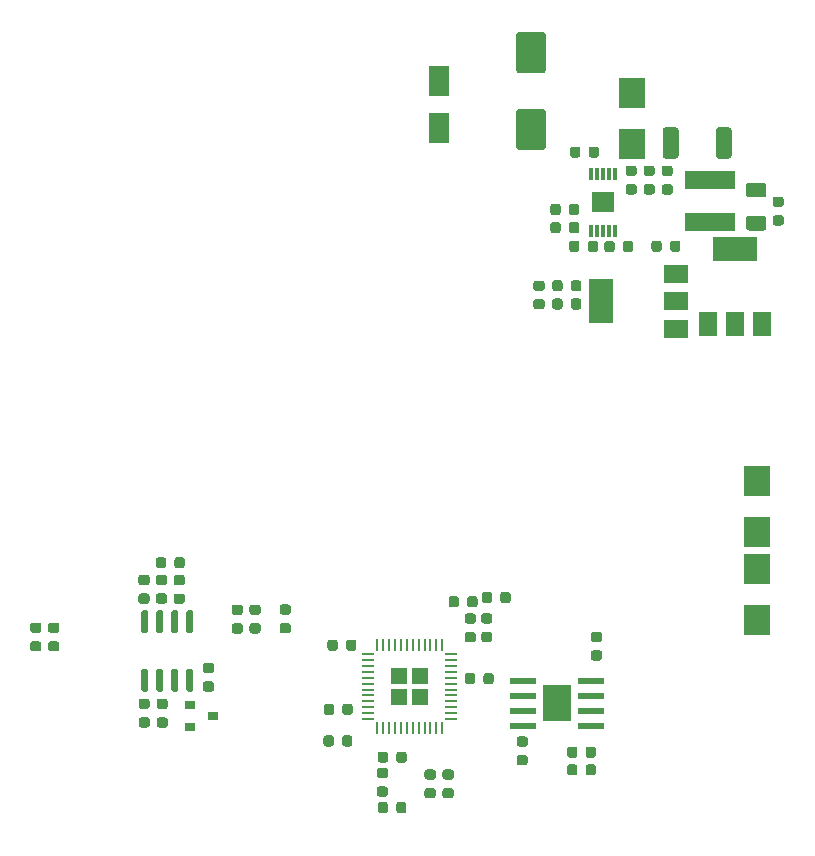
<source format=gtp>
G04 #@! TF.GenerationSoftware,KiCad,Pcbnew,(5.1.6)-1*
G04 #@! TF.CreationDate,2020-09-10T18:56:50+07:00*
G04 #@! TF.ProjectId,Kicad_Valve-hardware,4b696361-645f-4566-916c-76652d686172,rev?*
G04 #@! TF.SameCoordinates,Original*
G04 #@! TF.FileFunction,Paste,Top*
G04 #@! TF.FilePolarity,Positive*
%FSLAX46Y46*%
G04 Gerber Fmt 4.6, Leading zero omitted, Abs format (unit mm)*
G04 Created by KiCad (PCBNEW (5.1.6)-1) date 2020-09-10 18:56:50*
%MOMM*%
%LPD*%
G01*
G04 APERTURE LIST*
%ADD10R,1.440000X1.440000*%
%ADD11R,1.000000X0.250000*%
%ADD12R,0.250000X1.000000*%
%ADD13R,2.300000X2.500000*%
%ADD14R,1.900000X1.730000*%
%ADD15R,0.300000X1.020000*%
%ADD16R,0.900000X0.800000*%
%ADD17R,1.800000X2.500000*%
%ADD18R,1.500000X2.000000*%
%ADD19R,3.800000X2.000000*%
%ADD20R,2.000000X1.500000*%
%ADD21R,2.000000X3.800000*%
%ADD22R,4.200000X1.500000*%
%ADD23R,2.200000X0.500000*%
%ADD24R,2.400000X3.100000*%
G04 APERTURE END LIST*
G36*
G01*
X243282120Y-120816690D02*
X243282120Y-121329190D01*
G75*
G02*
X243063370Y-121547940I-218750J0D01*
G01*
X242625870Y-121547940D01*
G75*
G02*
X242407120Y-121329190I0J218750D01*
G01*
X242407120Y-120816690D01*
G75*
G02*
X242625870Y-120597940I218750J0D01*
G01*
X243063370Y-120597940D01*
G75*
G02*
X243282120Y-120816690I0J-218750D01*
G01*
G37*
G36*
G01*
X244857120Y-120816690D02*
X244857120Y-121329190D01*
G75*
G02*
X244638370Y-121547940I-218750J0D01*
G01*
X244200870Y-121547940D01*
G75*
G02*
X243982120Y-121329190I0J218750D01*
G01*
X243982120Y-120816690D01*
G75*
G02*
X244200870Y-120597940I218750J0D01*
G01*
X244638370Y-120597940D01*
G75*
G02*
X244857120Y-120816690I0J-218750D01*
G01*
G37*
D10*
X238642120Y-120842940D03*
X238642120Y-122642940D03*
X236842120Y-120842940D03*
X236842120Y-122642940D03*
D11*
X234242120Y-124492940D03*
X234242120Y-123992940D03*
X234242120Y-123492940D03*
X234242120Y-122992940D03*
X234242120Y-122492940D03*
X234242120Y-121992940D03*
X234242120Y-121492940D03*
X234242120Y-120992940D03*
X234242120Y-120492940D03*
X234242120Y-119992940D03*
X234242120Y-119492940D03*
X234242120Y-118992940D03*
D12*
X234992120Y-118242940D03*
X235492120Y-118242940D03*
X235992120Y-118242940D03*
X236492120Y-118242940D03*
X236992120Y-118242940D03*
X237492120Y-118242940D03*
X237992120Y-118242940D03*
X238492120Y-118242940D03*
X238992120Y-118242940D03*
X239492120Y-118242940D03*
X239992120Y-118242940D03*
X240492120Y-118242940D03*
D11*
X241242120Y-118992940D03*
X241242120Y-119492940D03*
X241242120Y-119992940D03*
X241242120Y-120492940D03*
X241242120Y-120992940D03*
X241242120Y-121492940D03*
X241242120Y-121992940D03*
X241242120Y-122492940D03*
X241242120Y-122992940D03*
X241242120Y-123492940D03*
X241242120Y-123992940D03*
X241242120Y-124492940D03*
D12*
X240492120Y-125242940D03*
X239992120Y-125242940D03*
X239492120Y-125242940D03*
X238992120Y-125242940D03*
X238492120Y-125242940D03*
X237992120Y-125242940D03*
X237492120Y-125242940D03*
X236992120Y-125242940D03*
X236492120Y-125242940D03*
X235992120Y-125242940D03*
X235492120Y-125242940D03*
X234992120Y-125242940D03*
G36*
G01*
X231652120Y-117986690D02*
X231652120Y-118499190D01*
G75*
G02*
X231433370Y-118717940I-218750J0D01*
G01*
X230995870Y-118717940D01*
G75*
G02*
X230777120Y-118499190I0J218750D01*
G01*
X230777120Y-117986690D01*
G75*
G02*
X230995870Y-117767940I218750J0D01*
G01*
X231433370Y-117767940D01*
G75*
G02*
X231652120Y-117986690I0J-218750D01*
G01*
G37*
G36*
G01*
X233227120Y-117986690D02*
X233227120Y-118499190D01*
G75*
G02*
X233008370Y-118717940I-218750J0D01*
G01*
X232570870Y-118717940D01*
G75*
G02*
X232352120Y-118499190I0J218750D01*
G01*
X232352120Y-117986690D01*
G75*
G02*
X232570870Y-117767940I218750J0D01*
G01*
X233008370Y-117767940D01*
G75*
G02*
X233227120Y-117986690I0J-218750D01*
G01*
G37*
D13*
X267162120Y-116092940D03*
X267162120Y-111792940D03*
D14*
X254082120Y-80732940D03*
D15*
X253082120Y-78332940D03*
X253582120Y-78332940D03*
X254082120Y-78332940D03*
X254582120Y-78332940D03*
X255082120Y-78332940D03*
X255082120Y-83132940D03*
X254582120Y-83132940D03*
X254082120Y-83132940D03*
X253582120Y-83132940D03*
X253082120Y-83132940D03*
D16*
X221126080Y-124216140D03*
X219126080Y-125166140D03*
X219126080Y-123266140D03*
G36*
G01*
X267695840Y-80327200D02*
X266445840Y-80327200D01*
G75*
G02*
X266195840Y-80077200I0J250000D01*
G01*
X266195840Y-79327200D01*
G75*
G02*
X266445840Y-79077200I250000J0D01*
G01*
X267695840Y-79077200D01*
G75*
G02*
X267945840Y-79327200I0J-250000D01*
G01*
X267945840Y-80077200D01*
G75*
G02*
X267695840Y-80327200I-250000J0D01*
G01*
G37*
G36*
G01*
X267695840Y-83127200D02*
X266445840Y-83127200D01*
G75*
G02*
X266195840Y-82877200I0J250000D01*
G01*
X266195840Y-82127200D01*
G75*
G02*
X266445840Y-81877200I250000J0D01*
G01*
X267695840Y-81877200D01*
G75*
G02*
X267945840Y-82127200I0J-250000D01*
G01*
X267945840Y-82877200D01*
G75*
G02*
X267695840Y-83127200I-250000J0D01*
G01*
G37*
D17*
X240222120Y-70462940D03*
X240222120Y-74462940D03*
G36*
G01*
X220445950Y-121300400D02*
X220958450Y-121300400D01*
G75*
G02*
X221177200Y-121519150I0J-218750D01*
G01*
X221177200Y-121956650D01*
G75*
G02*
X220958450Y-122175400I-218750J0D01*
G01*
X220445950Y-122175400D01*
G75*
G02*
X220227200Y-121956650I0J218750D01*
G01*
X220227200Y-121519150D01*
G75*
G02*
X220445950Y-121300400I218750J0D01*
G01*
G37*
G36*
G01*
X220445950Y-119725400D02*
X220958450Y-119725400D01*
G75*
G02*
X221177200Y-119944150I0J-218750D01*
G01*
X221177200Y-120381650D01*
G75*
G02*
X220958450Y-120600400I-218750J0D01*
G01*
X220445950Y-120600400D01*
G75*
G02*
X220227200Y-120381650I0J218750D01*
G01*
X220227200Y-119944150D01*
G75*
G02*
X220445950Y-119725400I218750J0D01*
G01*
G37*
G36*
G01*
X205812950Y-117894900D02*
X206325450Y-117894900D01*
G75*
G02*
X206544200Y-118113650I0J-218750D01*
G01*
X206544200Y-118551150D01*
G75*
G02*
X206325450Y-118769900I-218750J0D01*
G01*
X205812950Y-118769900D01*
G75*
G02*
X205594200Y-118551150I0J218750D01*
G01*
X205594200Y-118113650D01*
G75*
G02*
X205812950Y-117894900I218750J0D01*
G01*
G37*
G36*
G01*
X205812950Y-116319900D02*
X206325450Y-116319900D01*
G75*
G02*
X206544200Y-116538650I0J-218750D01*
G01*
X206544200Y-116976150D01*
G75*
G02*
X206325450Y-117194900I-218750J0D01*
G01*
X205812950Y-117194900D01*
G75*
G02*
X205594200Y-116976150I0J218750D01*
G01*
X205594200Y-116538650D01*
G75*
G02*
X205812950Y-116319900I218750J0D01*
G01*
G37*
G36*
G01*
X207332950Y-117894900D02*
X207845450Y-117894900D01*
G75*
G02*
X208064200Y-118113650I0J-218750D01*
G01*
X208064200Y-118551150D01*
G75*
G02*
X207845450Y-118769900I-218750J0D01*
G01*
X207332950Y-118769900D01*
G75*
G02*
X207114200Y-118551150I0J218750D01*
G01*
X207114200Y-118113650D01*
G75*
G02*
X207332950Y-117894900I218750J0D01*
G01*
G37*
G36*
G01*
X207332950Y-116319900D02*
X207845450Y-116319900D01*
G75*
G02*
X208064200Y-116538650I0J-218750D01*
G01*
X208064200Y-116976150D01*
G75*
G02*
X207845450Y-117194900I-218750J0D01*
G01*
X207332950Y-117194900D01*
G75*
G02*
X207114200Y-116976150I0J218750D01*
G01*
X207114200Y-116538650D01*
G75*
G02*
X207332950Y-116319900I218750J0D01*
G01*
G37*
G36*
G01*
X259793450Y-78516900D02*
X259280950Y-78516900D01*
G75*
G02*
X259062200Y-78298150I0J218750D01*
G01*
X259062200Y-77860650D01*
G75*
G02*
X259280950Y-77641900I218750J0D01*
G01*
X259793450Y-77641900D01*
G75*
G02*
X260012200Y-77860650I0J-218750D01*
G01*
X260012200Y-78298150D01*
G75*
G02*
X259793450Y-78516900I-218750J0D01*
G01*
G37*
G36*
G01*
X259793450Y-80091900D02*
X259280950Y-80091900D01*
G75*
G02*
X259062200Y-79873150I0J218750D01*
G01*
X259062200Y-79435650D01*
G75*
G02*
X259280950Y-79216900I218750J0D01*
G01*
X259793450Y-79216900D01*
G75*
G02*
X260012200Y-79435650I0J-218750D01*
G01*
X260012200Y-79873150D01*
G75*
G02*
X259793450Y-80091900I-218750J0D01*
G01*
G37*
G36*
G01*
X250685920Y-89090790D02*
X250685920Y-89603290D01*
G75*
G02*
X250467170Y-89822040I-218750J0D01*
G01*
X250029670Y-89822040D01*
G75*
G02*
X249810920Y-89603290I0J218750D01*
G01*
X249810920Y-89090790D01*
G75*
G02*
X250029670Y-88872040I218750J0D01*
G01*
X250467170Y-88872040D01*
G75*
G02*
X250685920Y-89090790I0J-218750D01*
G01*
G37*
G36*
G01*
X252260920Y-89090790D02*
X252260920Y-89603290D01*
G75*
G02*
X252042170Y-89822040I-218750J0D01*
G01*
X251604670Y-89822040D01*
G75*
G02*
X251385920Y-89603290I0J218750D01*
G01*
X251385920Y-89090790D01*
G75*
G02*
X251604670Y-88872040I218750J0D01*
G01*
X252042170Y-88872040D01*
G75*
G02*
X252260920Y-89090790I0J-218750D01*
G01*
G37*
G36*
G01*
X248430070Y-88935040D02*
X248942570Y-88935040D01*
G75*
G02*
X249161320Y-89153790I0J-218750D01*
G01*
X249161320Y-89591290D01*
G75*
G02*
X248942570Y-89810040I-218750J0D01*
G01*
X248430070Y-89810040D01*
G75*
G02*
X248211320Y-89591290I0J218750D01*
G01*
X248211320Y-89153790D01*
G75*
G02*
X248430070Y-88935040I218750J0D01*
G01*
G37*
G36*
G01*
X248430070Y-87360040D02*
X248942570Y-87360040D01*
G75*
G02*
X249161320Y-87578790I0J-218750D01*
G01*
X249161320Y-88016290D01*
G75*
G02*
X248942570Y-88235040I-218750J0D01*
G01*
X248430070Y-88235040D01*
G75*
G02*
X248211320Y-88016290I0J218750D01*
G01*
X248211320Y-87578790D01*
G75*
G02*
X248430070Y-87360040I218750J0D01*
G01*
G37*
G36*
G01*
X263652200Y-76792401D02*
X263652200Y-74642399D01*
G75*
G02*
X263902199Y-74392400I249999J0D01*
G01*
X264752201Y-74392400D01*
G75*
G02*
X265002200Y-74642399I0J-249999D01*
G01*
X265002200Y-76792401D01*
G75*
G02*
X264752201Y-77042400I-249999J0D01*
G01*
X263902199Y-77042400D01*
G75*
G02*
X263652200Y-76792401I0J249999D01*
G01*
G37*
G36*
G01*
X259152200Y-76792401D02*
X259152200Y-74642399D01*
G75*
G02*
X259402199Y-74392400I249999J0D01*
G01*
X260252201Y-74392400D01*
G75*
G02*
X260502200Y-74642399I0J-249999D01*
G01*
X260502200Y-76792401D01*
G75*
G02*
X260252201Y-77042400I-249999J0D01*
G01*
X259402199Y-77042400D01*
G75*
G02*
X259152200Y-76792401I0J249999D01*
G01*
G37*
G36*
G01*
X251220620Y-81604830D02*
X251220620Y-81092330D01*
G75*
G02*
X251439370Y-80873580I218750J0D01*
G01*
X251876870Y-80873580D01*
G75*
G02*
X252095620Y-81092330I0J-218750D01*
G01*
X252095620Y-81604830D01*
G75*
G02*
X251876870Y-81823580I-218750J0D01*
G01*
X251439370Y-81823580D01*
G75*
G02*
X251220620Y-81604830I0J218750D01*
G01*
G37*
G36*
G01*
X249645620Y-81604830D02*
X249645620Y-81092330D01*
G75*
G02*
X249864370Y-80873580I218750J0D01*
G01*
X250301870Y-80873580D01*
G75*
G02*
X250520620Y-81092330I0J-218750D01*
G01*
X250520620Y-81604830D01*
G75*
G02*
X250301870Y-81823580I-218750J0D01*
G01*
X249864370Y-81823580D01*
G75*
G02*
X249645620Y-81604830I0J218750D01*
G01*
G37*
D18*
X262977600Y-91034000D03*
X267577600Y-91034000D03*
X265277600Y-91034000D03*
D19*
X265277600Y-84734000D03*
G36*
G01*
X249005600Y-69823200D02*
X247005600Y-69823200D01*
G75*
G02*
X246755600Y-69573200I0J250000D01*
G01*
X246755600Y-66573200D01*
G75*
G02*
X247005600Y-66323200I250000J0D01*
G01*
X249005600Y-66323200D01*
G75*
G02*
X249255600Y-66573200I0J-250000D01*
G01*
X249255600Y-69573200D01*
G75*
G02*
X249005600Y-69823200I-250000J0D01*
G01*
G37*
G36*
G01*
X249005600Y-76323200D02*
X247005600Y-76323200D01*
G75*
G02*
X246755600Y-76073200I0J250000D01*
G01*
X246755600Y-73073200D01*
G75*
G02*
X247005600Y-72823200I250000J0D01*
G01*
X249005600Y-72823200D01*
G75*
G02*
X249255600Y-73073200I0J-250000D01*
G01*
X249255600Y-76073200D01*
G75*
G02*
X249005600Y-76323200I-250000J0D01*
G01*
G37*
G36*
G01*
X242605870Y-117122940D02*
X243118370Y-117122940D01*
G75*
G02*
X243337120Y-117341690I0J-218750D01*
G01*
X243337120Y-117779190D01*
G75*
G02*
X243118370Y-117997940I-218750J0D01*
G01*
X242605870Y-117997940D01*
G75*
G02*
X242387120Y-117779190I0J218750D01*
G01*
X242387120Y-117341690D01*
G75*
G02*
X242605870Y-117122940I218750J0D01*
G01*
G37*
G36*
G01*
X242605870Y-115547940D02*
X243118370Y-115547940D01*
G75*
G02*
X243337120Y-115766690I0J-218750D01*
G01*
X243337120Y-116204190D01*
G75*
G02*
X243118370Y-116422940I-218750J0D01*
G01*
X242605870Y-116422940D01*
G75*
G02*
X242387120Y-116204190I0J218750D01*
G01*
X242387120Y-115766690D01*
G75*
G02*
X242605870Y-115547940I218750J0D01*
G01*
G37*
G36*
G01*
X244518370Y-116402940D02*
X244005870Y-116402940D01*
G75*
G02*
X243787120Y-116184190I0J218750D01*
G01*
X243787120Y-115746690D01*
G75*
G02*
X244005870Y-115527940I218750J0D01*
G01*
X244518370Y-115527940D01*
G75*
G02*
X244737120Y-115746690I0J-218750D01*
G01*
X244737120Y-116184190D01*
G75*
G02*
X244518370Y-116402940I-218750J0D01*
G01*
G37*
G36*
G01*
X244518370Y-117977940D02*
X244005870Y-117977940D01*
G75*
G02*
X243787120Y-117759190I0J218750D01*
G01*
X243787120Y-117321690D01*
G75*
G02*
X244005870Y-117102940I218750J0D01*
G01*
X244518370Y-117102940D01*
G75*
G02*
X244737120Y-117321690I0J-218750D01*
G01*
X244737120Y-117759190D01*
G75*
G02*
X244518370Y-117977940I-218750J0D01*
G01*
G37*
G36*
G01*
X242604620Y-114809190D02*
X242604620Y-114296690D01*
G75*
G02*
X242823370Y-114077940I218750J0D01*
G01*
X243260870Y-114077940D01*
G75*
G02*
X243479620Y-114296690I0J-218750D01*
G01*
X243479620Y-114809190D01*
G75*
G02*
X243260870Y-115027940I-218750J0D01*
G01*
X242823370Y-115027940D01*
G75*
G02*
X242604620Y-114809190I0J218750D01*
G01*
G37*
G36*
G01*
X241029620Y-114809190D02*
X241029620Y-114296690D01*
G75*
G02*
X241248370Y-114077940I218750J0D01*
G01*
X241685870Y-114077940D01*
G75*
G02*
X241904620Y-114296690I0J-218750D01*
G01*
X241904620Y-114809190D01*
G75*
G02*
X241685870Y-115027940I-218750J0D01*
G01*
X241248370Y-115027940D01*
G75*
G02*
X241029620Y-114809190I0J218750D01*
G01*
G37*
G36*
G01*
X244702120Y-113944690D02*
X244702120Y-114457190D01*
G75*
G02*
X244483370Y-114675940I-218750J0D01*
G01*
X244045870Y-114675940D01*
G75*
G02*
X243827120Y-114457190I0J218750D01*
G01*
X243827120Y-113944690D01*
G75*
G02*
X244045870Y-113725940I218750J0D01*
G01*
X244483370Y-113725940D01*
G75*
G02*
X244702120Y-113944690I0J-218750D01*
G01*
G37*
G36*
G01*
X246277120Y-113944690D02*
X246277120Y-114457190D01*
G75*
G02*
X246058370Y-114675940I-218750J0D01*
G01*
X245620870Y-114675940D01*
G75*
G02*
X245402120Y-114457190I0J218750D01*
G01*
X245402120Y-113944690D01*
G75*
G02*
X245620870Y-113725940I218750J0D01*
G01*
X246058370Y-113725940D01*
G75*
G02*
X246277120Y-113944690I0J-218750D01*
G01*
G37*
D20*
X260248400Y-91428600D03*
X260248400Y-86828600D03*
X260248400Y-89128600D03*
D21*
X253948400Y-89128600D03*
G36*
G01*
X251934900Y-128532950D02*
X251934900Y-129045450D01*
G75*
G02*
X251716150Y-129264200I-218750J0D01*
G01*
X251278650Y-129264200D01*
G75*
G02*
X251059900Y-129045450I0J218750D01*
G01*
X251059900Y-128532950D01*
G75*
G02*
X251278650Y-128314200I218750J0D01*
G01*
X251716150Y-128314200D01*
G75*
G02*
X251934900Y-128532950I0J-218750D01*
G01*
G37*
G36*
G01*
X253509900Y-128532950D02*
X253509900Y-129045450D01*
G75*
G02*
X253291150Y-129264200I-218750J0D01*
G01*
X252853650Y-129264200D01*
G75*
G02*
X252634900Y-129045450I0J218750D01*
G01*
X252634900Y-128532950D01*
G75*
G02*
X252853650Y-128314200I218750J0D01*
G01*
X253291150Y-128314200D01*
G75*
G02*
X253509900Y-128532950I0J-218750D01*
G01*
G37*
G36*
G01*
X239209870Y-130326940D02*
X239722370Y-130326940D01*
G75*
G02*
X239941120Y-130545690I0J-218750D01*
G01*
X239941120Y-130983190D01*
G75*
G02*
X239722370Y-131201940I-218750J0D01*
G01*
X239209870Y-131201940D01*
G75*
G02*
X238991120Y-130983190I0J218750D01*
G01*
X238991120Y-130545690D01*
G75*
G02*
X239209870Y-130326940I218750J0D01*
G01*
G37*
G36*
G01*
X239209870Y-128751940D02*
X239722370Y-128751940D01*
G75*
G02*
X239941120Y-128970690I0J-218750D01*
G01*
X239941120Y-129408190D01*
G75*
G02*
X239722370Y-129626940I-218750J0D01*
G01*
X239209870Y-129626940D01*
G75*
G02*
X238991120Y-129408190I0J218750D01*
G01*
X238991120Y-128970690D01*
G75*
G02*
X239209870Y-128751940I218750J0D01*
G01*
G37*
G36*
G01*
X235678370Y-129495440D02*
X235165870Y-129495440D01*
G75*
G02*
X234947120Y-129276690I0J218750D01*
G01*
X234947120Y-128839190D01*
G75*
G02*
X235165870Y-128620440I218750J0D01*
G01*
X235678370Y-128620440D01*
G75*
G02*
X235897120Y-128839190I0J-218750D01*
G01*
X235897120Y-129276690D01*
G75*
G02*
X235678370Y-129495440I-218750J0D01*
G01*
G37*
G36*
G01*
X235678370Y-131070440D02*
X235165870Y-131070440D01*
G75*
G02*
X234947120Y-130851690I0J218750D01*
G01*
X234947120Y-130414190D01*
G75*
G02*
X235165870Y-130195440I218750J0D01*
G01*
X235678370Y-130195440D01*
G75*
G02*
X235897120Y-130414190I0J-218750D01*
G01*
X235897120Y-130851690D01*
G75*
G02*
X235678370Y-131070440I-218750J0D01*
G01*
G37*
G36*
G01*
X258269450Y-78504400D02*
X257756950Y-78504400D01*
G75*
G02*
X257538200Y-78285650I0J218750D01*
G01*
X257538200Y-77848150D01*
G75*
G02*
X257756950Y-77629400I218750J0D01*
G01*
X258269450Y-77629400D01*
G75*
G02*
X258488200Y-77848150I0J-218750D01*
G01*
X258488200Y-78285650D01*
G75*
G02*
X258269450Y-78504400I-218750J0D01*
G01*
G37*
G36*
G01*
X258269450Y-80079400D02*
X257756950Y-80079400D01*
G75*
G02*
X257538200Y-79860650I0J218750D01*
G01*
X257538200Y-79423150D01*
G75*
G02*
X257756950Y-79204400I218750J0D01*
G01*
X258269450Y-79204400D01*
G75*
G02*
X258488200Y-79423150I0J-218750D01*
G01*
X258488200Y-79860650D01*
G75*
G02*
X258269450Y-80079400I-218750J0D01*
G01*
G37*
G36*
G01*
X256232950Y-79204400D02*
X256745450Y-79204400D01*
G75*
G02*
X256964200Y-79423150I0J-218750D01*
G01*
X256964200Y-79860650D01*
G75*
G02*
X256745450Y-80079400I-218750J0D01*
G01*
X256232950Y-80079400D01*
G75*
G02*
X256014200Y-79860650I0J218750D01*
G01*
X256014200Y-79423150D01*
G75*
G02*
X256232950Y-79204400I218750J0D01*
G01*
G37*
G36*
G01*
X256232950Y-77629400D02*
X256745450Y-77629400D01*
G75*
G02*
X256964200Y-77848150I0J-218750D01*
G01*
X256964200Y-78285650D01*
G75*
G02*
X256745450Y-78504400I-218750J0D01*
G01*
X256232950Y-78504400D01*
G75*
G02*
X256014200Y-78285650I0J218750D01*
G01*
X256014200Y-77848150D01*
G75*
G02*
X256232950Y-77629400I218750J0D01*
G01*
G37*
G36*
G01*
X215508450Y-123637900D02*
X214995950Y-123637900D01*
G75*
G02*
X214777200Y-123419150I0J218750D01*
G01*
X214777200Y-122981650D01*
G75*
G02*
X214995950Y-122762900I218750J0D01*
G01*
X215508450Y-122762900D01*
G75*
G02*
X215727200Y-122981650I0J-218750D01*
G01*
X215727200Y-123419150D01*
G75*
G02*
X215508450Y-123637900I-218750J0D01*
G01*
G37*
G36*
G01*
X215508450Y-125212900D02*
X214995950Y-125212900D01*
G75*
G02*
X214777200Y-124994150I0J218750D01*
G01*
X214777200Y-124556650D01*
G75*
G02*
X214995950Y-124337900I218750J0D01*
G01*
X215508450Y-124337900D01*
G75*
G02*
X215727200Y-124556650I0J-218750D01*
G01*
X215727200Y-124994150D01*
G75*
G02*
X215508450Y-125212900I-218750J0D01*
G01*
G37*
G36*
G01*
X216520950Y-124350400D02*
X217033450Y-124350400D01*
G75*
G02*
X217252200Y-124569150I0J-218750D01*
G01*
X217252200Y-125006650D01*
G75*
G02*
X217033450Y-125225400I-218750J0D01*
G01*
X216520950Y-125225400D01*
G75*
G02*
X216302200Y-125006650I0J218750D01*
G01*
X216302200Y-124569150D01*
G75*
G02*
X216520950Y-124350400I218750J0D01*
G01*
G37*
G36*
G01*
X216520950Y-122775400D02*
X217033450Y-122775400D01*
G75*
G02*
X217252200Y-122994150I0J-218750D01*
G01*
X217252200Y-123431650D01*
G75*
G02*
X217033450Y-123650400I-218750J0D01*
G01*
X216520950Y-123650400D01*
G75*
G02*
X216302200Y-123431650I0J218750D01*
G01*
X216302200Y-122994150D01*
G75*
G02*
X216520950Y-122775400I218750J0D01*
G01*
G37*
G36*
G01*
X217121580Y-111000290D02*
X217121580Y-111512790D01*
G75*
G02*
X216902830Y-111731540I-218750J0D01*
G01*
X216465330Y-111731540D01*
G75*
G02*
X216246580Y-111512790I0J218750D01*
G01*
X216246580Y-111000290D01*
G75*
G02*
X216465330Y-110781540I218750J0D01*
G01*
X216902830Y-110781540D01*
G75*
G02*
X217121580Y-111000290I0J-218750D01*
G01*
G37*
G36*
G01*
X218696580Y-111000290D02*
X218696580Y-111512790D01*
G75*
G02*
X218477830Y-111731540I-218750J0D01*
G01*
X218040330Y-111731540D01*
G75*
G02*
X217821580Y-111512790I0J218750D01*
G01*
X217821580Y-111000290D01*
G75*
G02*
X218040330Y-110781540I218750J0D01*
G01*
X218477830Y-110781540D01*
G75*
G02*
X218696580Y-111000290I0J-218750D01*
G01*
G37*
G36*
G01*
X217977330Y-113867040D02*
X218489830Y-113867040D01*
G75*
G02*
X218708580Y-114085790I0J-218750D01*
G01*
X218708580Y-114523290D01*
G75*
G02*
X218489830Y-114742040I-218750J0D01*
G01*
X217977330Y-114742040D01*
G75*
G02*
X217758580Y-114523290I0J218750D01*
G01*
X217758580Y-114085790D01*
G75*
G02*
X217977330Y-113867040I218750J0D01*
G01*
G37*
G36*
G01*
X217977330Y-112292040D02*
X218489830Y-112292040D01*
G75*
G02*
X218708580Y-112510790I0J-218750D01*
G01*
X218708580Y-112948290D01*
G75*
G02*
X218489830Y-113167040I-218750J0D01*
G01*
X217977330Y-113167040D01*
G75*
G02*
X217758580Y-112948290I0J218750D01*
G01*
X217758580Y-112510790D01*
G75*
G02*
X217977330Y-112292040I218750J0D01*
G01*
G37*
G36*
G01*
X216466030Y-113854340D02*
X216978530Y-113854340D01*
G75*
G02*
X217197280Y-114073090I0J-218750D01*
G01*
X217197280Y-114510590D01*
G75*
G02*
X216978530Y-114729340I-218750J0D01*
G01*
X216466030Y-114729340D01*
G75*
G02*
X216247280Y-114510590I0J218750D01*
G01*
X216247280Y-114073090D01*
G75*
G02*
X216466030Y-113854340I218750J0D01*
G01*
G37*
G36*
G01*
X216466030Y-112279340D02*
X216978530Y-112279340D01*
G75*
G02*
X217197280Y-112498090I0J-218750D01*
G01*
X217197280Y-112935590D01*
G75*
G02*
X216978530Y-113154340I-218750J0D01*
G01*
X216466030Y-113154340D01*
G75*
G02*
X216247280Y-112935590I0J218750D01*
G01*
X216247280Y-112498090D01*
G75*
G02*
X216466030Y-112279340I218750J0D01*
G01*
G37*
G36*
G01*
X247518370Y-126832940D02*
X247005870Y-126832940D01*
G75*
G02*
X246787120Y-126614190I0J218750D01*
G01*
X246787120Y-126176690D01*
G75*
G02*
X247005870Y-125957940I218750J0D01*
G01*
X247518370Y-125957940D01*
G75*
G02*
X247737120Y-126176690I0J-218750D01*
G01*
X247737120Y-126614190D01*
G75*
G02*
X247518370Y-126832940I-218750J0D01*
G01*
G37*
G36*
G01*
X247518370Y-128407940D02*
X247005870Y-128407940D01*
G75*
G02*
X246787120Y-128189190I0J218750D01*
G01*
X246787120Y-127751690D01*
G75*
G02*
X247005870Y-127532940I218750J0D01*
G01*
X247518370Y-127532940D01*
G75*
G02*
X247737120Y-127751690I0J-218750D01*
G01*
X247737120Y-128189190D01*
G75*
G02*
X247518370Y-128407940I-218750J0D01*
G01*
G37*
G36*
G01*
X253295870Y-118662940D02*
X253808370Y-118662940D01*
G75*
G02*
X254027120Y-118881690I0J-218750D01*
G01*
X254027120Y-119319190D01*
G75*
G02*
X253808370Y-119537940I-218750J0D01*
G01*
X253295870Y-119537940D01*
G75*
G02*
X253077120Y-119319190I0J218750D01*
G01*
X253077120Y-118881690D01*
G75*
G02*
X253295870Y-118662940I218750J0D01*
G01*
G37*
G36*
G01*
X253295870Y-117087940D02*
X253808370Y-117087940D01*
G75*
G02*
X254027120Y-117306690I0J-218750D01*
G01*
X254027120Y-117744190D01*
G75*
G02*
X253808370Y-117962940I-218750J0D01*
G01*
X253295870Y-117962940D01*
G75*
G02*
X253077120Y-117744190I0J218750D01*
G01*
X253077120Y-117306690D01*
G75*
G02*
X253295870Y-117087940I218750J0D01*
G01*
G37*
G36*
G01*
X226955870Y-116362940D02*
X227468370Y-116362940D01*
G75*
G02*
X227687120Y-116581690I0J-218750D01*
G01*
X227687120Y-117019190D01*
G75*
G02*
X227468370Y-117237940I-218750J0D01*
G01*
X226955870Y-117237940D01*
G75*
G02*
X226737120Y-117019190I0J218750D01*
G01*
X226737120Y-116581690D01*
G75*
G02*
X226955870Y-116362940I218750J0D01*
G01*
G37*
G36*
G01*
X226955870Y-114787940D02*
X227468370Y-114787940D01*
G75*
G02*
X227687120Y-115006690I0J-218750D01*
G01*
X227687120Y-115444190D01*
G75*
G02*
X227468370Y-115662940I-218750J0D01*
G01*
X226955870Y-115662940D01*
G75*
G02*
X226737120Y-115444190I0J218750D01*
G01*
X226737120Y-115006690D01*
G75*
G02*
X226955870Y-114787940I218750J0D01*
G01*
G37*
G36*
G01*
X224390950Y-116372900D02*
X224903450Y-116372900D01*
G75*
G02*
X225122200Y-116591650I0J-218750D01*
G01*
X225122200Y-117029150D01*
G75*
G02*
X224903450Y-117247900I-218750J0D01*
G01*
X224390950Y-117247900D01*
G75*
G02*
X224172200Y-117029150I0J218750D01*
G01*
X224172200Y-116591650D01*
G75*
G02*
X224390950Y-116372900I218750J0D01*
G01*
G37*
G36*
G01*
X224390950Y-114797900D02*
X224903450Y-114797900D01*
G75*
G02*
X225122200Y-115016650I0J-218750D01*
G01*
X225122200Y-115454150D01*
G75*
G02*
X224903450Y-115672900I-218750J0D01*
G01*
X224390950Y-115672900D01*
G75*
G02*
X224172200Y-115454150I0J218750D01*
G01*
X224172200Y-115016650D01*
G75*
G02*
X224390950Y-114797900I218750J0D01*
G01*
G37*
G36*
G01*
X252108120Y-84216530D02*
X252108120Y-84729030D01*
G75*
G02*
X251889370Y-84947780I-218750J0D01*
G01*
X251451870Y-84947780D01*
G75*
G02*
X251233120Y-84729030I0J218750D01*
G01*
X251233120Y-84216530D01*
G75*
G02*
X251451870Y-83997780I218750J0D01*
G01*
X251889370Y-83997780D01*
G75*
G02*
X252108120Y-84216530I0J-218750D01*
G01*
G37*
G36*
G01*
X253683120Y-84216530D02*
X253683120Y-84729030D01*
G75*
G02*
X253464370Y-84947780I-218750J0D01*
G01*
X253026870Y-84947780D01*
G75*
G02*
X252808120Y-84729030I0J218750D01*
G01*
X252808120Y-84216530D01*
G75*
G02*
X253026870Y-83997780I218750J0D01*
G01*
X253464370Y-83997780D01*
G75*
G02*
X253683120Y-84216530I0J-218750D01*
G01*
G37*
G36*
G01*
X250685820Y-87554090D02*
X250685820Y-88066590D01*
G75*
G02*
X250467070Y-88285340I-218750J0D01*
G01*
X250029570Y-88285340D01*
G75*
G02*
X249810820Y-88066590I0J218750D01*
G01*
X249810820Y-87554090D01*
G75*
G02*
X250029570Y-87335340I218750J0D01*
G01*
X250467070Y-87335340D01*
G75*
G02*
X250685820Y-87554090I0J-218750D01*
G01*
G37*
G36*
G01*
X252260820Y-87554090D02*
X252260820Y-88066590D01*
G75*
G02*
X252042070Y-88285340I-218750J0D01*
G01*
X251604570Y-88285340D01*
G75*
G02*
X251385820Y-88066590I0J218750D01*
G01*
X251385820Y-87554090D01*
G75*
G02*
X251604570Y-87335340I218750J0D01*
G01*
X252042070Y-87335340D01*
G75*
G02*
X252260820Y-87554090I0J-218750D01*
G01*
G37*
G36*
G01*
X215493450Y-113152900D02*
X214980950Y-113152900D01*
G75*
G02*
X214762200Y-112934150I0J218750D01*
G01*
X214762200Y-112496650D01*
G75*
G02*
X214980950Y-112277900I218750J0D01*
G01*
X215493450Y-112277900D01*
G75*
G02*
X215712200Y-112496650I0J-218750D01*
G01*
X215712200Y-112934150D01*
G75*
G02*
X215493450Y-113152900I-218750J0D01*
G01*
G37*
G36*
G01*
X215493450Y-114727900D02*
X214980950Y-114727900D01*
G75*
G02*
X214762200Y-114509150I0J218750D01*
G01*
X214762200Y-114071650D01*
G75*
G02*
X214980950Y-113852900I218750J0D01*
G01*
X215493450Y-113852900D01*
G75*
G02*
X215712200Y-114071650I0J-218750D01*
G01*
X215712200Y-114509150D01*
G75*
G02*
X215493450Y-114727900I-218750J0D01*
G01*
G37*
G36*
G01*
X269191450Y-81135840D02*
X268678950Y-81135840D01*
G75*
G02*
X268460200Y-80917090I0J218750D01*
G01*
X268460200Y-80479590D01*
G75*
G02*
X268678950Y-80260840I218750J0D01*
G01*
X269191450Y-80260840D01*
G75*
G02*
X269410200Y-80479590I0J-218750D01*
G01*
X269410200Y-80917090D01*
G75*
G02*
X269191450Y-81135840I-218750J0D01*
G01*
G37*
G36*
G01*
X269191450Y-82710840D02*
X268678950Y-82710840D01*
G75*
G02*
X268460200Y-82492090I0J218750D01*
G01*
X268460200Y-82054590D01*
G75*
G02*
X268678950Y-81835840I218750J0D01*
G01*
X269191450Y-81835840D01*
G75*
G02*
X269410200Y-82054590I0J-218750D01*
G01*
X269410200Y-82492090D01*
G75*
G02*
X269191450Y-82710840I-218750J0D01*
G01*
G37*
G36*
G01*
X252184420Y-76235850D02*
X252184420Y-76748350D01*
G75*
G02*
X251965670Y-76967100I-218750J0D01*
G01*
X251528170Y-76967100D01*
G75*
G02*
X251309420Y-76748350I0J218750D01*
G01*
X251309420Y-76235850D01*
G75*
G02*
X251528170Y-76017100I218750J0D01*
G01*
X251965670Y-76017100D01*
G75*
G02*
X252184420Y-76235850I0J-218750D01*
G01*
G37*
G36*
G01*
X253759420Y-76235850D02*
X253759420Y-76748350D01*
G75*
G02*
X253540670Y-76967100I-218750J0D01*
G01*
X253103170Y-76967100D01*
G75*
G02*
X252884420Y-76748350I0J218750D01*
G01*
X252884420Y-76235850D01*
G75*
G02*
X253103170Y-76017100I218750J0D01*
G01*
X253540670Y-76017100D01*
G75*
G02*
X253759420Y-76235850I0J-218750D01*
G01*
G37*
G36*
G01*
X252634800Y-127559550D02*
X252634800Y-127047050D01*
G75*
G02*
X252853550Y-126828300I218750J0D01*
G01*
X253291050Y-126828300D01*
G75*
G02*
X253509800Y-127047050I0J-218750D01*
G01*
X253509800Y-127559550D01*
G75*
G02*
X253291050Y-127778300I-218750J0D01*
G01*
X252853550Y-127778300D01*
G75*
G02*
X252634800Y-127559550I0J218750D01*
G01*
G37*
G36*
G01*
X251059800Y-127559550D02*
X251059800Y-127047050D01*
G75*
G02*
X251278550Y-126828300I218750J0D01*
G01*
X251716050Y-126828300D01*
G75*
G02*
X251934800Y-127047050I0J-218750D01*
G01*
X251934800Y-127559550D01*
G75*
G02*
X251716050Y-127778300I-218750J0D01*
G01*
X251278550Y-127778300D01*
G75*
G02*
X251059800Y-127559550I0J218750D01*
G01*
G37*
G36*
G01*
X236612120Y-127979190D02*
X236612120Y-127466690D01*
G75*
G02*
X236830870Y-127247940I218750J0D01*
G01*
X237268370Y-127247940D01*
G75*
G02*
X237487120Y-127466690I0J-218750D01*
G01*
X237487120Y-127979190D01*
G75*
G02*
X237268370Y-128197940I-218750J0D01*
G01*
X236830870Y-128197940D01*
G75*
G02*
X236612120Y-127979190I0J218750D01*
G01*
G37*
G36*
G01*
X235037120Y-127979190D02*
X235037120Y-127466690D01*
G75*
G02*
X235255870Y-127247940I218750J0D01*
G01*
X235693370Y-127247940D01*
G75*
G02*
X235912120Y-127466690I0J-218750D01*
G01*
X235912120Y-127979190D01*
G75*
G02*
X235693370Y-128197940I-218750J0D01*
G01*
X235255870Y-128197940D01*
G75*
G02*
X235037120Y-127979190I0J218750D01*
G01*
G37*
G36*
G01*
X255787740Y-84746810D02*
X255787740Y-84234310D01*
G75*
G02*
X256006490Y-84015560I218750J0D01*
G01*
X256443990Y-84015560D01*
G75*
G02*
X256662740Y-84234310I0J-218750D01*
G01*
X256662740Y-84746810D01*
G75*
G02*
X256443990Y-84965560I-218750J0D01*
G01*
X256006490Y-84965560D01*
G75*
G02*
X255787740Y-84746810I0J218750D01*
G01*
G37*
G36*
G01*
X254212740Y-84746810D02*
X254212740Y-84234310D01*
G75*
G02*
X254431490Y-84015560I218750J0D01*
G01*
X254868990Y-84015560D01*
G75*
G02*
X255087740Y-84234310I0J-218750D01*
G01*
X255087740Y-84746810D01*
G75*
G02*
X254868990Y-84965560I-218750J0D01*
G01*
X254431490Y-84965560D01*
G75*
G02*
X254212740Y-84746810I0J218750D01*
G01*
G37*
G36*
G01*
X232012120Y-126599190D02*
X232012120Y-126086690D01*
G75*
G02*
X232230870Y-125867940I218750J0D01*
G01*
X232668370Y-125867940D01*
G75*
G02*
X232887120Y-126086690I0J-218750D01*
G01*
X232887120Y-126599190D01*
G75*
G02*
X232668370Y-126817940I-218750J0D01*
G01*
X232230870Y-126817940D01*
G75*
G02*
X232012120Y-126599190I0J218750D01*
G01*
G37*
G36*
G01*
X230437120Y-126599190D02*
X230437120Y-126086690D01*
G75*
G02*
X230655870Y-125867940I218750J0D01*
G01*
X231093370Y-125867940D01*
G75*
G02*
X231312120Y-126086690I0J-218750D01*
G01*
X231312120Y-126599190D01*
G75*
G02*
X231093370Y-126817940I-218750J0D01*
G01*
X230655870Y-126817940D01*
G75*
G02*
X230437120Y-126599190I0J218750D01*
G01*
G37*
G36*
G01*
X232034620Y-123929190D02*
X232034620Y-123416690D01*
G75*
G02*
X232253370Y-123197940I218750J0D01*
G01*
X232690870Y-123197940D01*
G75*
G02*
X232909620Y-123416690I0J-218750D01*
G01*
X232909620Y-123929190D01*
G75*
G02*
X232690870Y-124147940I-218750J0D01*
G01*
X232253370Y-124147940D01*
G75*
G02*
X232034620Y-123929190I0J218750D01*
G01*
G37*
G36*
G01*
X230459620Y-123929190D02*
X230459620Y-123416690D01*
G75*
G02*
X230678370Y-123197940I218750J0D01*
G01*
X231115870Y-123197940D01*
G75*
G02*
X231334620Y-123416690I0J-218750D01*
G01*
X231334620Y-123929190D01*
G75*
G02*
X231115870Y-124147940I-218750J0D01*
G01*
X230678370Y-124147940D01*
G75*
G02*
X230459620Y-123929190I0J218750D01*
G01*
G37*
G36*
G01*
X259085600Y-84211450D02*
X259085600Y-84723950D01*
G75*
G02*
X258866850Y-84942700I-218750J0D01*
G01*
X258429350Y-84942700D01*
G75*
G02*
X258210600Y-84723950I0J218750D01*
G01*
X258210600Y-84211450D01*
G75*
G02*
X258429350Y-83992700I218750J0D01*
G01*
X258866850Y-83992700D01*
G75*
G02*
X259085600Y-84211450I0J-218750D01*
G01*
G37*
G36*
G01*
X260660600Y-84211450D02*
X260660600Y-84723950D01*
G75*
G02*
X260441850Y-84942700I-218750J0D01*
G01*
X260004350Y-84942700D01*
G75*
G02*
X259785600Y-84723950I0J218750D01*
G01*
X259785600Y-84211450D01*
G75*
G02*
X260004350Y-83992700I218750J0D01*
G01*
X260441850Y-83992700D01*
G75*
G02*
X260660600Y-84211450I0J-218750D01*
G01*
G37*
G36*
G01*
X241246370Y-129626940D02*
X240733870Y-129626940D01*
G75*
G02*
X240515120Y-129408190I0J218750D01*
G01*
X240515120Y-128970690D01*
G75*
G02*
X240733870Y-128751940I218750J0D01*
G01*
X241246370Y-128751940D01*
G75*
G02*
X241465120Y-128970690I0J-218750D01*
G01*
X241465120Y-129408190D01*
G75*
G02*
X241246370Y-129626940I-218750J0D01*
G01*
G37*
G36*
G01*
X241246370Y-131201940D02*
X240733870Y-131201940D01*
G75*
G02*
X240515120Y-130983190I0J218750D01*
G01*
X240515120Y-130545690D01*
G75*
G02*
X240733870Y-130326940I218750J0D01*
G01*
X241246370Y-130326940D01*
G75*
G02*
X241465120Y-130545690I0J-218750D01*
G01*
X241465120Y-130983190D01*
G75*
G02*
X241246370Y-131201940I-218750J0D01*
G01*
G37*
G36*
G01*
X223393450Y-115682900D02*
X222880950Y-115682900D01*
G75*
G02*
X222662200Y-115464150I0J218750D01*
G01*
X222662200Y-115026650D01*
G75*
G02*
X222880950Y-114807900I218750J0D01*
G01*
X223393450Y-114807900D01*
G75*
G02*
X223612200Y-115026650I0J-218750D01*
G01*
X223612200Y-115464150D01*
G75*
G02*
X223393450Y-115682900I-218750J0D01*
G01*
G37*
G36*
G01*
X223393450Y-117257900D02*
X222880950Y-117257900D01*
G75*
G02*
X222662200Y-117039150I0J218750D01*
G01*
X222662200Y-116601650D01*
G75*
G02*
X222880950Y-116382900I218750J0D01*
G01*
X223393450Y-116382900D01*
G75*
G02*
X223612200Y-116601650I0J-218750D01*
G01*
X223612200Y-117039150D01*
G75*
G02*
X223393450Y-117257900I-218750J0D01*
G01*
G37*
G36*
G01*
X236592120Y-132239190D02*
X236592120Y-131726690D01*
G75*
G02*
X236810870Y-131507940I218750J0D01*
G01*
X237248370Y-131507940D01*
G75*
G02*
X237467120Y-131726690I0J-218750D01*
G01*
X237467120Y-132239190D01*
G75*
G02*
X237248370Y-132457940I-218750J0D01*
G01*
X236810870Y-132457940D01*
G75*
G02*
X236592120Y-132239190I0J218750D01*
G01*
G37*
G36*
G01*
X235017120Y-132239190D02*
X235017120Y-131726690D01*
G75*
G02*
X235235870Y-131507940I218750J0D01*
G01*
X235673370Y-131507940D01*
G75*
G02*
X235892120Y-131726690I0J-218750D01*
G01*
X235892120Y-132239190D01*
G75*
G02*
X235673370Y-132457940I-218750J0D01*
G01*
X235235870Y-132457940D01*
G75*
G02*
X235017120Y-132239190I0J218750D01*
G01*
G37*
G36*
G01*
X250520620Y-82629030D02*
X250520620Y-83141530D01*
G75*
G02*
X250301870Y-83360280I-218750J0D01*
G01*
X249864370Y-83360280D01*
G75*
G02*
X249645620Y-83141530I0J218750D01*
G01*
X249645620Y-82629030D01*
G75*
G02*
X249864370Y-82410280I218750J0D01*
G01*
X250301870Y-82410280D01*
G75*
G02*
X250520620Y-82629030I0J-218750D01*
G01*
G37*
G36*
G01*
X252095620Y-82629030D02*
X252095620Y-83141530D01*
G75*
G02*
X251876870Y-83360280I-218750J0D01*
G01*
X251439370Y-83360280D01*
G75*
G02*
X251220620Y-83141530I0J218750D01*
G01*
X251220620Y-82629030D01*
G75*
G02*
X251439370Y-82410280I218750J0D01*
G01*
X251876870Y-82410280D01*
G75*
G02*
X252095620Y-82629030I0J-218750D01*
G01*
G37*
D22*
X263159240Y-82427220D03*
X263159240Y-78827220D03*
G36*
G01*
X215441980Y-117224140D02*
X215141980Y-117224140D01*
G75*
G02*
X214991980Y-117074140I0J150000D01*
G01*
X214991980Y-115424140D01*
G75*
G02*
X215141980Y-115274140I150000J0D01*
G01*
X215441980Y-115274140D01*
G75*
G02*
X215591980Y-115424140I0J-150000D01*
G01*
X215591980Y-117074140D01*
G75*
G02*
X215441980Y-117224140I-150000J0D01*
G01*
G37*
G36*
G01*
X216711980Y-117224140D02*
X216411980Y-117224140D01*
G75*
G02*
X216261980Y-117074140I0J150000D01*
G01*
X216261980Y-115424140D01*
G75*
G02*
X216411980Y-115274140I150000J0D01*
G01*
X216711980Y-115274140D01*
G75*
G02*
X216861980Y-115424140I0J-150000D01*
G01*
X216861980Y-117074140D01*
G75*
G02*
X216711980Y-117224140I-150000J0D01*
G01*
G37*
G36*
G01*
X217981980Y-117224140D02*
X217681980Y-117224140D01*
G75*
G02*
X217531980Y-117074140I0J150000D01*
G01*
X217531980Y-115424140D01*
G75*
G02*
X217681980Y-115274140I150000J0D01*
G01*
X217981980Y-115274140D01*
G75*
G02*
X218131980Y-115424140I0J-150000D01*
G01*
X218131980Y-117074140D01*
G75*
G02*
X217981980Y-117224140I-150000J0D01*
G01*
G37*
G36*
G01*
X219251980Y-117224140D02*
X218951980Y-117224140D01*
G75*
G02*
X218801980Y-117074140I0J150000D01*
G01*
X218801980Y-115424140D01*
G75*
G02*
X218951980Y-115274140I150000J0D01*
G01*
X219251980Y-115274140D01*
G75*
G02*
X219401980Y-115424140I0J-150000D01*
G01*
X219401980Y-117074140D01*
G75*
G02*
X219251980Y-117224140I-150000J0D01*
G01*
G37*
G36*
G01*
X219251980Y-122174140D02*
X218951980Y-122174140D01*
G75*
G02*
X218801980Y-122024140I0J150000D01*
G01*
X218801980Y-120374140D01*
G75*
G02*
X218951980Y-120224140I150000J0D01*
G01*
X219251980Y-120224140D01*
G75*
G02*
X219401980Y-120374140I0J-150000D01*
G01*
X219401980Y-122024140D01*
G75*
G02*
X219251980Y-122174140I-150000J0D01*
G01*
G37*
G36*
G01*
X217981980Y-122174140D02*
X217681980Y-122174140D01*
G75*
G02*
X217531980Y-122024140I0J150000D01*
G01*
X217531980Y-120374140D01*
G75*
G02*
X217681980Y-120224140I150000J0D01*
G01*
X217981980Y-120224140D01*
G75*
G02*
X218131980Y-120374140I0J-150000D01*
G01*
X218131980Y-122024140D01*
G75*
G02*
X217981980Y-122174140I-150000J0D01*
G01*
G37*
G36*
G01*
X216711980Y-122174140D02*
X216411980Y-122174140D01*
G75*
G02*
X216261980Y-122024140I0J150000D01*
G01*
X216261980Y-120374140D01*
G75*
G02*
X216411980Y-120224140I150000J0D01*
G01*
X216711980Y-120224140D01*
G75*
G02*
X216861980Y-120374140I0J-150000D01*
G01*
X216861980Y-122024140D01*
G75*
G02*
X216711980Y-122174140I-150000J0D01*
G01*
G37*
G36*
G01*
X215441980Y-122174140D02*
X215141980Y-122174140D01*
G75*
G02*
X214991980Y-122024140I0J150000D01*
G01*
X214991980Y-120374140D01*
G75*
G02*
X215141980Y-120224140I150000J0D01*
G01*
X215441980Y-120224140D01*
G75*
G02*
X215591980Y-120374140I0J-150000D01*
G01*
X215591980Y-122024140D01*
G75*
G02*
X215441980Y-122174140I-150000J0D01*
G01*
G37*
D23*
X253087120Y-121237940D03*
X253087120Y-122507940D03*
X253087120Y-123777940D03*
X253087120Y-125047940D03*
X247337120Y-125047940D03*
X247337120Y-123777940D03*
X247337120Y-122507940D03*
X247337120Y-121237940D03*
D24*
X250212120Y-123142940D03*
D13*
X267162120Y-104342940D03*
X267162120Y-108642940D03*
X256537460Y-75796140D03*
X256537460Y-71496140D03*
M02*

</source>
